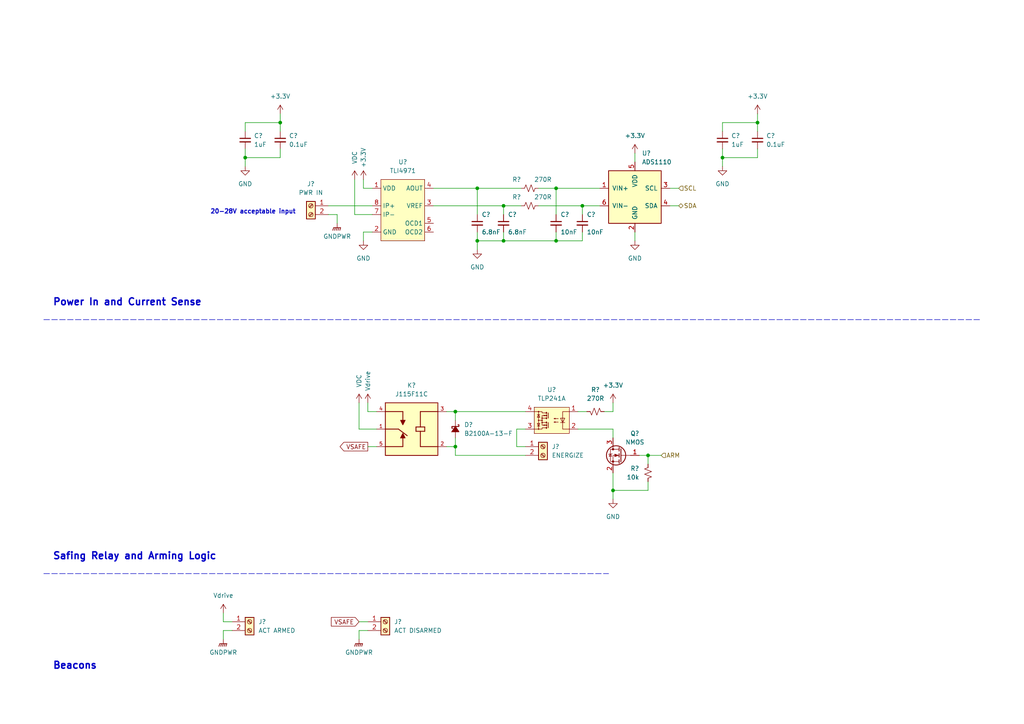
<source format=kicad_sch>
(kicad_sch (version 20211123) (generator eeschema)
  (paper "A4")
  (lib_symbols
    (symbol "Analog_ADC:ADS1110" (pin_names (offset 1.016))
      (property "Reference" "U" (at -7.62 8.89 0))
      (property "Value" "ADS1110" (at 1.27 8.89 0))
      (symbol "ADS1110_0_1"
        (rectangle (start -7.62 7.62) (end 7.62 -7.62) (stroke (width 0.254)) (fill (type background)))
      )
      (symbol "ADS1110_1_1"
        (pin input line (at -10.16 2.54 0) (length 2.54) (name "VIN+") (number "1"))
        (pin power_in line (at 0 -10.16 90) (length 2.54) (name "GND") (number "2"))
        (pin input line (at 10.16 2.54 180) (length 2.54) (name "SCL") (number "3"))
        (pin bidirectional line (at 10.16 -2.54 180) (length 2.54) (name "SDA") (number "4"))
        (pin power_in line (at 0 10.16 270) (length 2.54) (name "VDD") (number "5"))
        (pin input line (at -10.16 -2.54 0) (length 2.54) (name "VIN-") (number "6"))
      )
    )
    (symbol "Connector:Screw_Terminal_01x02" (pin_names (offset 1.016) hide)
      (property "Reference" "J" (at 0 2.54 0))
      (property "Value" "Screw_Terminal_01x02" (at 0 -5.08 0))
      (symbol "Screw_Terminal_01x02_1_1"
        (rectangle (start -1.27 1.27) (end 1.27 -3.81) (stroke (width 0.254)) (fill (type background)))
        (circle (center 0 -2.54) (radius 0.635) (stroke (width 0.1524)))
        (polyline (pts (xy -0.5334 -2.2098) (xy 0.3302 -3.048)) (stroke (width 0.1524)))
        (polyline (pts (xy -0.5334 0.3302) (xy 0.3302 -0.508)) (stroke (width 0.1524)))
        (polyline (pts (xy -0.3556 -2.032) (xy 0.508 -2.8702)) (stroke (width 0.1524)))
        (polyline (pts (xy -0.3556 0.508) (xy 0.508 -0.3302)) (stroke (width 0.1524)))
        (circle (center 0 0) (radius 0.635) (stroke (width 0.1524)))
        (pin passive line (at -5.08 0 0) (length 3.81) (name "Pin_1") (number "1"))
        (pin passive line (at -5.08 -2.54 0) (length 3.81) (name "Pin_2") (number "2"))
      )
    )
    (symbol "Device:C_Small" (pin_numbers hide) (pin_names (offset 0.254) hide)
      (property "Reference" "C" (at 0.254 1.778 0))
      (property "Value" "C_Small" (at 0.254 -2.032 0))
      (symbol "C_Small_0_1"
        (polyline (pts (xy -1.524 -0.508) (xy 1.524 -0.508)) (stroke (width 0.3302)))
        (polyline (pts (xy -1.524 0.508) (xy 1.524 0.508)) (stroke (width 0.3048)))
      )
      (symbol "C_Small_1_1"
        (pin passive line (at 0 2.54 270) (length 2.032) (name "~") (number "1"))
        (pin passive line (at 0 -2.54 90) (length 2.032) (name "~") (number "2"))
      )
    )
    (symbol "Device:D_Schottky_Small_Filled" (pin_numbers hide) (pin_names (offset 0.254) hide)
      (property "Reference" "D" (at -1.27 2.032 0))
      (property "Value" "D_Schottky_Small_Filled" (at -7.112 -2.032 0))
      (symbol "D_Schottky_Small_Filled_0_1"
        (polyline (pts (xy -0.762 0) (xy 0.762 0)))
        (polyline (pts (xy 0.762 -1.016) (xy -0.762 0) (xy 0.762 1.016) (xy 0.762 -1.016)) (stroke (width 0.254)) (fill (type outline)))
        (polyline (pts (xy -1.27 0.762) (xy -1.27 1.016) (xy -0.762 1.016) (xy -0.762 -1.016) (xy -0.254 -1.016) (xy -0.254 -0.762)) (stroke (width 0.254)))
      )
      (symbol "D_Schottky_Small_Filled_1_1"
        (pin passive line (at -2.54 0 0) (length 1.778) (name "K") (number "1"))
        (pin passive line (at 2.54 0 180) (length 1.778) (name "A") (number "2"))
      )
    )
    (symbol "Device:Q_NMOS_GSD" (pin_names (offset 0) hide)
      (property "Reference" "Q" (at 5.08 1.27 0))
      (property "Value" "Q_NMOS_GSD" (at 5.08 -1.27 0))
      (symbol "Q_NMOS_GSD_0_1"
        (polyline (pts (xy 0.254 0) (xy -2.54 0)))
        (polyline (pts (xy 0.254 1.905) (xy 0.254 -1.905)) (stroke (width 0.254)))
        (polyline (pts (xy 0.762 -1.27) (xy 0.762 -2.286)) (stroke (width 0.254)))
        (polyline (pts (xy 0.762 0.508) (xy 0.762 -0.508)) (stroke (width 0.254)))
        (polyline (pts (xy 0.762 2.286) (xy 0.762 1.27)) (stroke (width 0.254)))
        (polyline (pts (xy 2.54 2.54) (xy 2.54 1.778)))
        (polyline (pts (xy 2.54 -2.54) (xy 2.54 0) (xy 0.762 0)))
        (polyline (pts (xy 0.762 -1.778) (xy 3.302 -1.778) (xy 3.302 1.778) (xy 0.762 1.778)))
        (polyline (pts (xy 1.016 0) (xy 2.032 0.381) (xy 2.032 -0.381) (xy 1.016 0)) (fill (type outline)))
        (polyline (pts (xy 2.794 0.508) (xy 2.921 0.381) (xy 3.683 0.381) (xy 3.81 0.254)))
        (polyline (pts (xy 3.302 0.381) (xy 2.921 -0.254) (xy 3.683 -0.254) (xy 3.302 0.381)))
        (circle (center 1.651 0) (radius 2.794) (stroke (width 0.254)))
        (circle (center 2.54 -1.778) (radius 0.254) (fill (type outline)))
        (circle (center 2.54 1.778) (radius 0.254) (fill (type outline)))
      )
      (symbol "Q_NMOS_GSD_1_1"
        (pin input line (at -5.08 0 0) (length 2.54) (name "G") (number "1"))
        (pin passive line (at 2.54 -5.08 90) (length 2.54) (name "S") (number "2"))
        (pin passive line (at 2.54 5.08 270) (length 2.54) (name "D") (number "3"))
      )
    )
    (symbol "Device:R_Small_US" (pin_numbers hide) (pin_names (offset 0.254) hide)
      (property "Reference" "R" (at 0.762 0.508 0))
      (property "Value" "R_Small_US" (at 0.762 -1.016 0))
      (symbol "R_Small_US_1_1"
        (polyline (pts (xy 0 0) (xy 1.016 -0.381) (xy 0 -0.762) (xy -1.016 -1.143) (xy 0 -1.524)))
        (polyline (pts (xy 0 1.524) (xy 1.016 1.143) (xy 0 0.762) (xy -1.016 0.381) (xy 0 0)))
        (pin passive line (at 0 2.54 270) (length 1.016) (name "~") (number "1"))
        (pin passive line (at 0 -2.54 90) (length 1.016) (name "~") (number "2"))
      )
    )
    (symbol "actuation:J115F11C"
      (property "Reference" "K?" (at 0 11.43 0))
      (property "Value" "J115F11C" (at 0 8.89 0))
      (symbol "J115F11C_0_0"
        (rectangle (start -7.62 -7.62) (end 7.62 7.62) (stroke (width 0.254)) (fill (type background)))
        (polyline (pts (xy -7.62 -5.08) (xy -2.54 -5.08)) (stroke (width 0.254)))
        (polyline (pts (xy -7.62 5.08) (xy -2.54 5.08)) (stroke (width 0.254)))
        (polyline (pts (xy -3.81 -0.635) (xy -3.81 0.635)) (stroke (width 0.254)))
        (polyline (pts (xy -3.81 0.635) (xy -2.54 0.635)) (stroke (width 0.254)))
        (polyline (pts (xy -2.54 -0.635) (xy -3.81 -0.635)) (stroke (width 0.254)))
        (polyline (pts (xy -2.54 -0.635) (xy -2.54 -5.08)) (stroke (width 0.254)))
        (polyline (pts (xy -2.54 0.635) (xy -1.27 0.635)) (stroke (width 0.254)))
        (polyline (pts (xy -2.54 5.08) (xy -2.54 0.635)) (stroke (width 0.254)))
        (polyline (pts (xy -1.27 -0.635) (xy -2.54 -0.635)) (stroke (width 0.254)))
        (polyline (pts (xy -1.27 0.635) (xy -1.27 -0.635)) (stroke (width 0.254)))
        (polyline (pts (xy 2.54 -5.08) (xy 2.54 -2.54)) (stroke (width 0.254)))
        (polyline (pts (xy 2.54 5.08) (xy 2.54 2.54)) (stroke (width 0.254)))
        (polyline (pts (xy 2.54 5.08) (xy 7.62 5.08)) (stroke (width 0.254)))
        (polyline (pts (xy 3.81 0) (xy 1.27 1.905)) (stroke (width 0.254)))
        (polyline (pts (xy 7.62 -5.08) (xy 2.54 -5.08)) (stroke (width 0.254)))
        (polyline (pts (xy 7.62 0) (xy 3.81 0)) (stroke (width 0.254)))
        (polyline (pts (xy 1.905 -2.54) (xy 3.175 -2.54) (xy 2.54 -1.27) (xy 1.905 -2.54)) (stroke (width 0.254)) (fill (type outline)))
        (polyline (pts (xy 3.175 2.54) (xy 1.905 2.54) (xy 2.54 1.27) (xy 3.175 2.54)) (stroke (width 0.254)) (fill (type outline)))
        (pin passive line (at 10.16 0 180) (length 2.54) (name "~") (number "1"))
        (pin passive line (at -10.16 5.08 0) (length 2.54) (name "~") (number "2"))
        (pin passive line (at -10.16 -5.08 0) (length 2.54) (name "~") (number "3"))
        (pin passive line (at 10.16 -5.08 180) (length 2.54) (name "~") (number "4"))
        (pin passive line (at 10.16 5.08 180) (length 2.54) (name "~") (number "5"))
      )
    )
    (symbol "actuation:TLI4971"
      (property "Reference" "U" (at 0 3.81 0))
      (property "Value" "TLI4971" (at 0 1.27 0))
      (symbol "TLI4971_0_0"
        (pin power_in line (at -8.89 -2.54 0) (length 2.54) (name "VDD") (number "1"))
        (pin power_in line (at -8.89 -15.24 0) (length 2.54) (name "GND") (number "2"))
        (pin bidirectional line (at 8.89 -7.62 180) (length 2.54) (name "VREF") (number "3"))
        (pin output line (at 8.89 -2.54 180) (length 2.54) (name "AOUT") (number "4"))
        (pin output line (at 8.89 -12.7 180) (length 2.54) (name "OCD1") (number "5"))
        (pin bidirectional line (at 8.89 -15.24 180) (length 2.54) (name "OCD2") (number "6"))
        (pin power_out line (at -8.89 -10.16 0) (length 2.54) (name "IP-") (number "7"))
        (pin power_in line (at -8.89 -7.62 0) (length 2.54) (name "IP+") (number "8"))
      )
      (symbol "TLI4971_0_1"
        (rectangle (start -6.35 0) (end 6.35 -17.78) (fill (type background)))
      )
    )
    (symbol "actuation:TLP241A"
      (property "Reference" "U" (at 0 3.81 0))
      (property "Value" "TLP241A" (at 0 1.27 0))
      (symbol "TLP241A_0_1"
        (rectangle (start -5.08 0) (end 5.08 -7.62) (fill (type background)))
        (polyline (pts (xy -3.81 -4.445) (xy -2.54 -4.445)))
        (polyline (pts (xy 1.016 -4.445) (xy 1.016 -5.969)) (stroke (width 0.2032)))
        (polyline (pts (xy 1.016 -1.651) (xy 1.016 -3.175)) (stroke (width 0.2032)))
        (polyline (pts (xy 1.524 -4.318) (xy 1.524 -4.572)) (stroke (width 0.3556)))
        (polyline (pts (xy 2.794 -3.81) (xy 3.81 -3.81)))
        (polyline (pts (xy 3.429 -5.461) (xy 4.191 -5.461)))
        (polyline (pts (xy 3.429 -2.159) (xy 4.191 -2.159)))
        (polyline (pts (xy 3.81 -6.35) (xy 3.81 -1.27)))
        (polyline (pts (xy 1.524 -5.842) (xy 1.524 -6.096) (xy 1.524 -6.096)) (stroke (width 0.3556)))
        (polyline (pts (xy 1.524 -5.08) (xy 1.524 -5.334) (xy 1.524 -5.334)) (stroke (width 0.3556)))
        (polyline (pts (xy 1.524 -3.048) (xy 1.524 -3.302) (xy 1.524 -3.302)) (stroke (width 0.3556)))
        (polyline (pts (xy 1.524 -2.286) (xy 1.524 -2.54) (xy 1.524 -2.54)) (stroke (width 0.3556)))
        (polyline (pts (xy 1.524 -1.524) (xy 1.524 -1.778) (xy 1.524 -1.778)) (stroke (width 0.3556)))
        (polyline (pts (xy 1.651 -5.207) (xy 2.794 -5.207) (xy 2.794 -4.445)))
        (polyline (pts (xy 1.651 -2.413) (xy 2.794 -2.413) (xy 2.794 -3.175)))
        (polyline (pts (xy -5.08 -1.27) (xy -3.175 -1.27) (xy -3.175 -6.35) (xy -5.08 -6.35)))
        (polyline (pts (xy -3.175 -4.445) (xy -3.81 -3.175) (xy -2.54 -3.175) (xy -3.175 -4.445)))
        (polyline (pts (xy 1.651 -5.969) (xy 2.794 -5.969) (xy 2.794 -6.35) (xy 5.08 -6.35)))
        (polyline (pts (xy 1.651 -4.445) (xy 2.794 -4.445) (xy 2.794 -3.175) (xy 1.651 -3.175)))
        (polyline (pts (xy 1.651 -1.651) (xy 2.794 -1.651) (xy 2.794 -1.27) (xy 5.08 -1.27)))
        (polyline (pts (xy 1.778 -5.207) (xy 2.286 -5.08) (xy 2.286 -5.334) (xy 1.778 -5.207)))
        (polyline (pts (xy 1.778 -2.413) (xy 2.286 -2.286) (xy 2.286 -2.54) (xy 1.778 -2.413)))
        (polyline (pts (xy 3.81 -5.461) (xy 3.429 -4.699) (xy 4.191 -4.699) (xy 3.81 -5.461)))
        (polyline (pts (xy 3.81 -2.159) (xy 3.429 -2.921) (xy 4.191 -2.921) (xy 3.81 -2.159)))
        (polyline (pts (xy -1.905 -4.318) (xy -0.635 -4.318) (xy -1.016 -4.445) (xy -1.016 -4.191) (xy -0.635 -4.318)))
        (polyline (pts (xy -1.905 -3.302) (xy -0.635 -3.302) (xy -1.016 -3.429) (xy -1.016 -3.175) (xy -0.635 -3.302)))
        (circle (center 2.794 -4.445) (radius 0.127))
        (circle (center 2.794 -3.81) (radius 0.127))
        (circle (center 2.794 -3.175) (radius 0.127))
        (circle (center 3.81 -6.35) (radius 0.127))
        (circle (center 3.81 -3.81) (radius 0.127))
        (circle (center 3.81 -1.27) (radius 0.127))
      )
      (symbol "TLP241A_1_1"
        (pin passive line (at -7.62 -1.27 0) (length 2.54) (name "~") (number "1"))
        (pin passive line (at -7.62 -6.35 0) (length 2.54) (name "~") (number "2"))
        (pin passive line (at 7.62 -6.35 180) (length 2.54) (name "~") (number "3"))
        (pin passive line (at 7.62 -1.27 180) (length 2.54) (name "~") (number "4"))
      )
    )
    (symbol "power:+3.3V" (power) (pin_names (offset 0))
      (property "Value" "+3.3V" (at 0 3.556 0))
      (symbol "+3.3V_0_1"
        (polyline (pts (xy -0.762 1.27) (xy 0 2.54)))
        (polyline (pts (xy 0 0) (xy 0 2.54)))
        (polyline (pts (xy 0 2.54) (xy 0.762 1.27)))
      )
      (symbol "+3.3V_1_1"
        (pin power_in line (at 0 0 90) (length 0) hide (name "+3.3V") (number "1"))
      )
    )
    (symbol "power:GND" (power) (pin_names (offset 0))
      (property "Value" "GND" (at 0 -3.81 0))
      (symbol "GND_0_1"
        (polyline (pts (xy 0 0) (xy 0 -1.27) (xy 1.27 -1.27) (xy 0 -2.54) (xy -1.27 -1.27) (xy 0 -1.27)))
      )
      (symbol "GND_1_1"
        (pin power_in line (at 0 0 270) (length 0) hide (name "GND") (number "1"))
      )
    )
    (symbol "power:GNDPWR" (power) (pin_names (offset 0))
      (property "Value" "GNDPWR" (at 0 -3.302 0))
      (symbol "GNDPWR_0_1"
        (polyline (pts (xy 0 -1.27) (xy 0 0)))
        (polyline (pts (xy -1.016 -1.27) (xy -1.27 -2.032) (xy -1.27 -2.032)) (stroke (width 0.2032)))
        (polyline (pts (xy -0.508 -1.27) (xy -0.762 -2.032) (xy -0.762 -2.032)) (stroke (width 0.2032)))
        (polyline (pts (xy 0 -1.27) (xy -0.254 -2.032) (xy -0.254 -2.032)) (stroke (width 0.2032)))
        (polyline (pts (xy 0.508 -1.27) (xy 0.254 -2.032) (xy 0.254 -2.032)) (stroke (width 0.2032)))
        (polyline (pts (xy 1.016 -1.27) (xy -1.016 -1.27) (xy -1.016 -1.27)) (stroke (width 0.2032)))
        (polyline (pts (xy 1.016 -1.27) (xy 0.762 -2.032) (xy 0.762 -2.032) (xy 0.762 -2.032)) (stroke (width 0.2032)))
      )
      (symbol "GNDPWR_1_1"
        (pin power_in line (at 0 0 270) (length 0) hide (name "GNDPWR") (number "1"))
      )
    )
    (symbol "power:VDC" (power) (pin_names (offset 0))
      (property "Value" "VDC" (at 0 6.35 0))
      (symbol "VDC_0_1"
        (polyline (pts (xy -0.762 1.27) (xy 0 2.54)))
        (polyline (pts (xy 0 0) (xy 0 2.54)))
        (polyline (pts (xy 0 2.54) (xy 0.762 1.27)))
      )
      (symbol "VDC_1_1"
        (pin power_in line (at 0 0 90) (length 0) hide (name "VDC") (number "1"))
      )
    )
    (symbol "power:Vdrive" (power) (pin_names (offset 0))
      (property "Value" "Vdrive" (at 0 3.81 0))
      (symbol "Vdrive_0_1"
        (polyline (pts (xy -0.762 1.27) (xy 0 2.54)))
        (polyline (pts (xy 0 0) (xy 0 2.54)))
        (polyline (pts (xy 0 2.54) (xy 0.762 1.27)))
      )
      (symbol "Vdrive_1_1"
        (pin power_in line (at 0 0 90) (length 0) hide (name "Vdrive") (number "1"))
      )
    )
  )
  (junction (at 81.28 35.56))
  (junction (at 161.29 69.85))
  (junction (at 187.96 132.08))
  (junction (at 132.08 129.54))
  (junction (at 161.29 54.61))
  (junction (at 177.8 142.24))
  (junction (at 209.55 45.72))
  (junction (at 132.08 119.38))
  (junction (at 138.43 54.61))
  (junction (at 146.05 69.85))
  (junction (at 138.43 69.85))
  (junction (at 219.71 35.56))
  (junction (at 146.05 59.69))
  (junction (at 168.91 59.69))
  (junction (at 71.12 45.72))
  (wire (pts (xy 146.05 59.69) (xy 151.13 59.69)))
  (wire (pts (xy 185.42 132.08) (xy 187.96 132.08)))
  (wire (pts (xy 161.29 54.61) (xy 161.29 62.23)))
  (wire (pts (xy 161.29 69.85) (xy 168.91 69.85)))
  (wire (pts (xy 149.86 124.46) (xy 152.4 124.46)))
  (wire (pts (xy 209.55 35.56) (xy 209.55 38.1)))
  (wire (pts (xy 146.05 59.69) (xy 146.05 62.23)))
  (wire (pts (xy 67.31 182.88) (xy 64.77 182.88)))
  (wire (pts (xy 152.4 129.54) (xy 149.86 129.54)))
  (wire (pts (xy 71.12 45.72) (xy 71.12 43.18)))
  (wire (pts (xy 106.68 129.54) (xy 109.22 129.54)))
  (wire (pts (xy 107.95 67.31) (xy 105.41 67.31)))
  (wire (pts (xy 132.08 129.54) (xy 132.08 132.08)))
  (wire (pts (xy 177.8 119.38) (xy 177.8 116.84)))
  (wire (pts (xy 187.96 139.7) (xy 187.96 142.24)))
  (polyline (pts (xy 12.7 92.71) (xy 284.48 92.71)))
  (wire (pts (xy 219.71 43.18) (xy 219.71 45.72)))
  (wire (pts (xy 156.21 54.61) (xy 161.29 54.61)))
  (wire (pts (xy 146.05 67.31) (xy 146.05 69.85)))
  (wire (pts (xy 187.96 132.08) (xy 187.96 134.62)))
  (wire (pts (xy 184.15 44.45) (xy 184.15 46.99)))
  (wire (pts (xy 81.28 35.56) (xy 81.28 38.1)))
  (wire (pts (xy 219.71 35.56) (xy 219.71 38.1)))
  (wire (pts (xy 71.12 45.72) (xy 81.28 45.72)))
  (wire (pts (xy 209.55 45.72) (xy 209.55 43.18)))
  (wire (pts (xy 161.29 54.61) (xy 173.99 54.61)))
  (wire (pts (xy 177.8 124.46) (xy 167.64 124.46)))
  (wire (pts (xy 102.87 62.23) (xy 107.95 62.23)))
  (wire (pts (xy 132.08 132.08) (xy 152.4 132.08)))
  (wire (pts (xy 106.68 182.88) (xy 104.14 182.88)))
  (wire (pts (xy 138.43 62.23) (xy 138.43 54.61)))
  (wire (pts (xy 106.68 119.38) (xy 106.68 116.84)))
  (wire (pts (xy 132.08 119.38) (xy 132.08 121.92)))
  (wire (pts (xy 184.15 67.31) (xy 184.15 69.85)))
  (wire (pts (xy 175.26 119.38) (xy 177.8 119.38)))
  (wire (pts (xy 102.87 52.07) (xy 102.87 62.23)))
  (wire (pts (xy 71.12 35.56) (xy 71.12 38.1)))
  (wire (pts (xy 71.12 48.26) (xy 71.12 45.72)))
  (wire (pts (xy 168.91 59.69) (xy 168.91 62.23)))
  (wire (pts (xy 138.43 69.85) (xy 138.43 72.39)))
  (wire (pts (xy 170.18 119.38) (xy 167.64 119.38)))
  (wire (pts (xy 209.55 45.72) (xy 219.71 45.72)))
  (wire (pts (xy 168.91 69.85) (xy 168.91 67.31)))
  (wire (pts (xy 71.12 35.56) (xy 81.28 35.56)))
  (wire (pts (xy 107.95 54.61) (xy 105.41 54.61)))
  (wire (pts (xy 219.71 33.02) (xy 219.71 35.56)))
  (wire (pts (xy 177.8 142.24) (xy 177.8 137.16)))
  (wire (pts (xy 104.14 180.34) (xy 106.68 180.34)))
  (wire (pts (xy 81.28 43.18) (xy 81.28 45.72)))
  (wire (pts (xy 161.29 67.31) (xy 161.29 69.85)))
  (wire (pts (xy 97.79 62.23) (xy 97.79 64.77)))
  (wire (pts (xy 177.8 124.46) (xy 177.8 127)))
  (wire (pts (xy 187.96 142.24) (xy 177.8 142.24)))
  (polyline (pts (xy 12.7 166.37) (xy 176.53 166.37)))
  (wire (pts (xy 156.21 59.69) (xy 168.91 59.69)))
  (wire (pts (xy 132.08 119.38) (xy 152.4 119.38)))
  (wire (pts (xy 125.73 54.61) (xy 138.43 54.61)))
  (wire (pts (xy 194.31 54.61) (xy 196.85 54.61)))
  (wire (pts (xy 129.54 119.38) (xy 132.08 119.38)))
  (wire (pts (xy 109.22 119.38) (xy 106.68 119.38)))
  (wire (pts (xy 168.91 59.69) (xy 173.99 59.69)))
  (wire (pts (xy 95.25 59.69) (xy 107.95 59.69)))
  (wire (pts (xy 105.41 54.61) (xy 105.41 52.07)))
  (wire (pts (xy 129.54 129.54) (xy 132.08 129.54)))
  (wire (pts (xy 138.43 54.61) (xy 151.13 54.61)))
  (wire (pts (xy 64.77 182.88) (xy 64.77 185.42)))
  (wire (pts (xy 64.77 180.34) (xy 67.31 180.34)))
  (wire (pts (xy 194.31 59.69) (xy 196.85 59.69)))
  (wire (pts (xy 191.77 132.08) (xy 187.96 132.08)))
  (wire (pts (xy 138.43 69.85) (xy 146.05 69.85)))
  (wire (pts (xy 109.22 124.46) (xy 104.14 124.46)))
  (wire (pts (xy 125.73 59.69) (xy 146.05 59.69)))
  (wire (pts (xy 146.05 69.85) (xy 161.29 69.85)))
  (wire (pts (xy 209.55 35.56) (xy 219.71 35.56)))
  (wire (pts (xy 105.41 67.31) (xy 105.41 69.85)))
  (wire (pts (xy 177.8 144.78) (xy 177.8 142.24)))
  (wire (pts (xy 209.55 48.26) (xy 209.55 45.72)))
  (wire (pts (xy 95.25 62.23) (xy 97.79 62.23)))
  (wire (pts (xy 104.14 124.46) (xy 104.14 116.84)))
  (wire (pts (xy 132.08 127) (xy 132.08 129.54)))
  (wire (pts (xy 138.43 67.31) (xy 138.43 69.85)))
  (wire (pts (xy 149.86 129.54) (xy 149.86 124.46)))
  (wire (pts (xy 81.28 33.02) (xy 81.28 35.56)))
  (wire (pts (xy 64.77 177.8) (xy 64.77 180.34)))
  (wire (pts (xy 104.14 182.88) (xy 104.14 185.42)))
  (text "Power In and Current Sense" (at 15.24 88.9 0) (effects (font (size 2 2) bold) (justify left bottom)))
  (text "Beacons" (at 15.24 194.31 0) (effects (font (size 2 2) bold) (justify left bottom)))
  (text "20-28V acceptable input" (at 60.96 62.23 0) (effects (font (size 1.27 1.27) bold) (justify left bottom)))
  (text "Safing Relay and Arming Logic" (at 15.24 162.56 0) (effects (font (size 2 2) bold) (justify left bottom)))
  (global_label "VSAFE" (shape input) (at 104.14 180.34 180) (property "Intersheet References" "${INTERSHEET_REFS}" (effects hide)))
  (global_label "VSAFE" (shape output) (at 106.68 129.54 180) (property "Intersheet References" "${INTERSHEET_REFS}" (effects hide)))
  (hierarchical_label "ARM" (shape input) (at 191.77 132.08 0))
  (hierarchical_label "SDA" (shape bidirectional) (at 196.85 59.69 0))
  (hierarchical_label "SCL" (shape input) (at 196.85 54.61 0))
  (symbol (lib_id "power:+3.3V") (at 81.28 33.02 0) (unit 1)
    (property "Reference" "#PWR?" (effects hide))
    (property "Value" "+3.3V" (at 81.28 27.94 0))
  )
  (symbol (lib_id "Device:C_Small") (at 161.29 64.77 0) (unit 1)
    (property "Reference" "C?" (at 162.56 62.23 0) (effects (justify left)))
    (property "Value" "10nF" (at 162.56 67.31 0) (effects (justify left)))
  )
  (symbol (lib_id "power:VDC") (at 104.14 116.84 0) (unit 1)
    (property "Reference" "#PWR?" (effects hide))
    (property "Value" "VDC" (at 104.14 110.49 90))
  )
  (symbol (lib_id "power:GNDPWR") (at 97.79 64.77 0) (unit 1)
    (property "Reference" "#PWR?" (effects hide))
    (property "Value" "GNDPWR" (at 97.79 68.58 0))
  )
  (symbol (lib_id "Device:C_Small") (at 71.12 40.64 0) (unit 1)
    (property "Reference" "C?" (at 73.66 39.3762 0) (effects (justify left)))
    (property "Value" "1uF" (at 73.66 41.9162 0) (effects (justify left)))
    (property "Footprint" "Capacitor_SMD:C_0603_1608Metric" (effects hide))
  )
  (symbol (lib_id "power:Vdrive") (at 64.77 177.8 0) (unit 1)
    (property "Reference" "#PWR?" (effects hide))
    (property "Value" "Vdrive" (at 64.77 172.72 0))
  )
  (symbol (lib_id "power:+3.3V") (at 177.8 116.84 0) (mirror y) (unit 1)
    (property "Reference" "#PWR?" (effects hide))
    (property "Value" "+3.3V" (at 177.8 111.76 0))
  )
  (symbol (lib_id "actuation:J115F11C") (at 119.38 124.46 180) (unit 1)
    (property "Reference" "K?" (at 119.38 111.76 0))
    (property "Value" "J115F11C" (at 119.38 114.3 0))
    (property "Footprint" "actuation:J115F11C" (effects hide))
    (property "Datasheet" "https://www.citrelay.com/Catalog%20Pages/RelayCatalog/J115F%2050amp.pdf" (effects hide))
    (property "MPN" "J115F11CH12VDCSH1.5U" (effects hide))
  )
  (symbol (lib_id "Device:D_Schottky_Small_Filled") (at 132.08 124.46 270) (unit 1)
    (property "Reference" "D?" (at 134.62 123.19 90) (effects (justify left)))
    (property "Value" "B2100A-13-F" (at 134.62 125.73 90) (effects (justify left)))
    (property "Footprint" "Diode_SMD:D_SMA" (effects hide))
    (property "Datasheet" "https://www.diodes.com/assets/Datasheets/B2100A.pdf" (effects hide))
    (property "MPN" "B2100A-13-F" (effects hide))
  )
  (symbol (lib_id "power:GNDPWR") (at 64.77 185.42 0) (unit 1)
    (property "Reference" "#PWR?" (effects hide))
    (property "Value" "GNDPWR" (at 64.77 189.23 0))
  )
  (symbol (lib_id "Connector:Screw_Terminal_01x02") (at 90.17 59.69 0) (mirror y) (unit 1)
    (property "Reference" "J?" (at 90.17 53.34 0))
    (property "Value" "PWR IN" (at 90.17 55.88 0))
  )
  (symbol (lib_id "Device:C_Small") (at 81.28 40.64 0) (unit 1)
    (property "Reference" "C?" (at 83.82 39.3762 0) (effects (justify left)))
    (property "Value" "0.1uF" (at 83.82 41.9162 0) (effects (justify left)))
    (property "Footprint" "Capacitor_SMD:C_0603_1608Metric" (effects hide))
  )
  (symbol (lib_id "actuation:TLI4971") (at 116.84 52.07 0) (unit 1)
    (property "Reference" "U?" (at 116.84 46.99 0))
    (property "Value" "TLI4971" (at 116.84 49.53 0))
    (property "Footprint" "Package_SON:Infineon_PG-TISON-8-5" (effects hide))
    (property "Datasheet" "https://www.infineon.com/dgdl/Infineon-TLI4971_25_50_75_120-DataSheet-v01_20-EN.pdf?fileId=5546d462700c0ae6017034d731621b09" (effects hide))
    (property "MPN" "TLI4971A050T5UE0001XUMA1" (effects hide))
  )
  (symbol (lib_id "power:GND") (at 105.41 69.85 0) (unit 1)
    (property "Reference" "#PWR?" (effects hide))
    (property "Value" "GND" (at 105.41 74.93 0))
  )
  (symbol (lib_id "power:VDC") (at 102.87 52.07 0) (unit 1)
    (property "Reference" "#PWR?" (effects hide))
    (property "Value" "VDC" (at 102.87 45.72 90))
  )
  (symbol (lib_id "Device:R_Small_US") (at 187.96 137.16 0) (mirror y) (unit 1)
    (property "Reference" "R?" (at 185.42 135.8899 0) (effects (justify left)))
    (property "Value" "10k" (at 185.42 138.4299 0) (effects (justify left)))
  )
  (symbol (lib_id "power:+3.3V") (at 184.15 44.45 0) (unit 1)
    (property "Reference" "#PWR?" (effects hide))
    (property "Value" "+3.3V" (at 184.15 39.37 0))
  )
  (symbol (lib_id "Device:C_Small") (at 209.55 40.64 0) (unit 1)
    (property "Reference" "C?" (at 212.09 39.3762 0) (effects (justify left)))
    (property "Value" "1uF" (at 212.09 41.9162 0) (effects (justify left)))
    (property "Footprint" "Capacitor_SMD:C_0603_1608Metric" (effects hide))
  )
  (symbol (lib_id "power:GND") (at 177.8 144.78 0) (mirror y) (unit 1)
    (property "Reference" "#PWR?" (effects hide))
    (property "Value" "GND" (at 177.8 149.86 0))
  )
  (symbol (lib_id "Device:C_Small") (at 168.91 64.77 0) (unit 1)
    (property "Reference" "C?" (at 170.18 62.23 0) (effects (justify left)))
    (property "Value" "10nF" (at 170.18 67.31 0) (effects (justify left)))
  )
  (symbol (lib_id "power:+3.3V") (at 105.41 52.07 0) (unit 1)
    (property "Reference" "#PWR?" (effects hide))
    (property "Value" "+3.3V" (at 105.41 45.72 90))
  )
  (symbol (lib_id "Device:R_Small_US") (at 153.67 54.61 90) (unit 1)
    (property "Reference" "R?" (at 149.86 52.07 90))
    (property "Value" "270R" (at 157.48 52.07 90))
  )
  (symbol (lib_id "Device:C_Small") (at 146.05 64.77 0) (unit 1)
    (property "Reference" "C?" (at 147.32 62.23 0) (effects (justify left)))
    (property "Value" "6.8nF" (at 147.32 67.31 0) (effects (justify left)))
  )
  (symbol (lib_id "Analog_ADC:ADS1110") (at 184.15 57.15 0) (unit 1)
    (property "Reference" "U?" (at 186.1694 44.45 0) (effects (justify left)))
    (property "Value" "ADS1110" (at 186.1694 46.99 0) (effects (justify left)))
    (property "Footprint" "Package_TO_SOT_SMD:SOT-23-6" (effects hide))
    (property "Datasheet" "http://www.ti.com/lit/ds/symlink/ads1110.pdf" (effects hide))
  )
  (symbol (lib_id "power:GND") (at 138.43 72.39 0) (unit 1)
    (property "Reference" "#PWR?" (effects hide))
    (property "Value" "GND" (at 138.43 77.47 0))
  )
  (symbol (lib_id "power:GND") (at 71.12 48.26 0) (unit 1)
    (property "Reference" "#PWR?" (effects hide))
    (property "Value" "GND" (at 71.12 53.34 0))
  )
  (symbol (lib_id "Connector:Screw_Terminal_01x02") (at 72.39 180.34 0) (unit 1)
    (property "Reference" "J?" (at 74.93 180.3399 0) (effects (justify left)))
    (property "Value" "ACT ARMED" (at 74.93 182.8799 0) (effects (justify left)))
  )
  (symbol (lib_id "Connector:Screw_Terminal_01x02") (at 111.76 180.34 0) (unit 1)
    (property "Reference" "J?" (at 114.3 180.3399 0) (effects (justify left)))
    (property "Value" "ACT DISARMED" (at 114.3 182.8799 0) (effects (justify left)))
  )
  (symbol (lib_id "power:Vdrive") (at 106.68 116.84 0) (unit 1)
    (property "Reference" "#PWR?" (effects hide))
    (property "Value" "Vdrive" (at 106.68 110.49 90))
  )
  (symbol (lib_id "power:+3.3V") (at 219.71 33.02 0) (unit 1)
    (property "Reference" "#PWR?" (effects hide))
    (property "Value" "+3.3V" (at 219.71 27.94 0))
  )
  (symbol (lib_id "Connector:Screw_Terminal_01x02") (at 157.48 129.54 0) (unit 1)
    (property "Reference" "J?" (at 160.02 129.5399 0) (effects (justify left)))
    (property "Value" "ENERGIZE" (at 160.02 132.0799 0) (effects (justify left)))
  )
  (symbol (lib_id "Device:R_Small_US") (at 172.72 119.38 270) (mirror x) (unit 1)
    (property "Reference" "R?" (at 172.72 113.03 90))
    (property "Value" "270R" (at 172.72 115.57 90))
    (property "Footprint" "Resistor_SMD:R_0603_1608Metric" (effects hide))
    (property "MPN" "RC0603FR-07270RL" (effects hide))
  )
  (symbol (lib_id "Device:C_Small") (at 219.71 40.64 0) (unit 1)
    (property "Reference" "C?" (at 222.25 39.3762 0) (effects (justify left)))
    (property "Value" "0.1uF" (at 222.25 41.9162 0) (effects (justify left)))
    (property "Footprint" "Capacitor_SMD:C_0603_1608Metric" (effects hide))
  )
  (symbol (lib_id "power:GND") (at 184.15 69.85 0) (unit 1)
    (property "Reference" "#PWR?" (effects hide))
    (property "Value" "GND" (at 184.15 74.93 0))
  )
  (symbol (lib_id "Device:Q_NMOS_GSD") (at 180.34 132.08 0) (mirror y) (unit 1)
    (property "Reference" "Q?" (at 184.15 125.73 0))
    (property "Value" "NMOS" (at 184.15 128.27 0))
  )
  (symbol (lib_id "Device:C_Small") (at 138.43 64.77 0) (unit 1)
    (property "Reference" "C?" (at 139.7 62.23 0) (effects (justify left)))
    (property "Value" "6.8nF" (at 139.7 67.31 0) (effects (justify left)))
  )
  (symbol (lib_id "actuation:TLP241A") (at 160.02 118.11 0) (mirror y) (unit 1)
    (property "Reference" "U?" (at 160.02 113.03 0))
    (property "Value" "TLP241A" (at 160.02 115.57 0))
    (property "Footprint" "actuation:11-5B2S" (effects hide))
    (property "Datasheet" "https://toshiba.semicon-storage.com/info/TLP241A_datasheet_en_20200217.pdf?did=14237&prodName=TLP241A" (effects hide))
    (property "MPN" "TLP241A(TP1,F" (effects hide))
  )
  (symbol (lib_id "power:GNDPWR") (at 104.14 185.42 0) (unit 1)
    (property "Reference" "#PWR?" (effects hide))
    (property "Value" "GNDPWR" (at 104.14 189.23 0))
  )
  (symbol (lib_id "Device:R_Small_US") (at 153.67 59.69 90) (unit 1)
    (property "Reference" "R?" (at 149.86 57.15 90))
    (property "Value" "270R" (at 157.48 57.15 90))
  )
  (symbol (lib_id "power:GND") (at 209.55 48.26 0) (unit 1)
    (property "Reference" "#PWR?" (effects hide))
    (property "Value" "GND" (at 209.55 53.34 0))
  )
)
</source>
